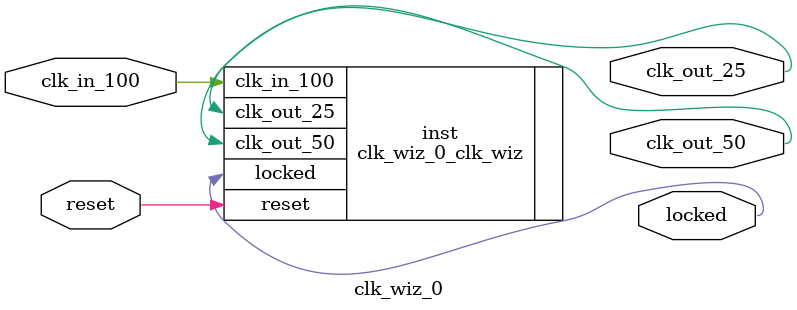
<source format=v>


`timescale 1ps/1ps

(* CORE_GENERATION_INFO = "clk_wiz_0,clk_wiz_v6_0_10_0_0,{component_name=clk_wiz_0,use_phase_alignment=true,use_min_o_jitter=false,use_max_i_jitter=false,use_dyn_phase_shift=false,use_inclk_switchover=false,use_dyn_reconfig=false,enable_axi=0,feedback_source=FDBK_AUTO,PRIMITIVE=MMCM,num_out_clk=2,clkin1_period=10.000,clkin2_period=10.000,use_power_down=false,use_reset=true,use_locked=true,use_inclk_stopped=false,feedback_type=SINGLE,CLOCK_MGR_TYPE=NA,manual_override=false}" *)

module clk_wiz_0 
 (
  // Clock out ports
  output        clk_out_25,
  output        clk_out_50,
  // Status and control signals
  input         reset,
  output        locked,
 // Clock in ports
  input         clk_in_100
 );

  clk_wiz_0_clk_wiz inst
  (
  // Clock out ports  
  .clk_out_25(clk_out_25),
  .clk_out_50(clk_out_50),
  // Status and control signals               
  .reset(reset), 
  .locked(locked),
 // Clock in ports
  .clk_in_100(clk_in_100)
  );

endmodule

</source>
